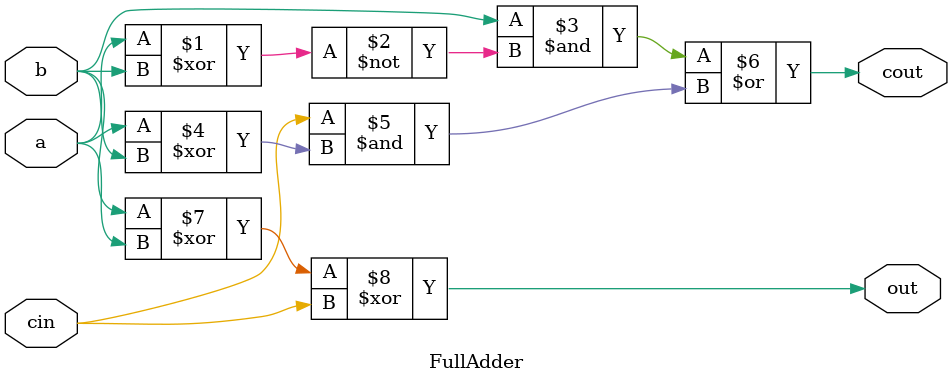
<source format=v>
module part2(LEDR, SW);
	input [9:0] SW;
	output [9:0] LEDR;
	
	FourRippleCarryAdder frca(.A(SW[7:4]), .B(SW[3:0]), .Cin(SW[8]), .S(LEDR[3:0]), .Cout(LEDR[4]));
endmodule


module FourRippleCarryAdder(A, B, Cin, S, Cout);
	input [3:0] A;
	input [3:0] B;
	input Cin;
	
	output [3:0] S;
	output Cout;
	
	wire [2:0] w;
	
	FullAdder FA0(.b(B[0]), .a(A[0]), .cin(Cin), .cout(w[0]), .out(S[0]));
	FullAdder FA1(.b(B[1]), .a(A[1]), .cin(w[0]), .cout(w[1]), .out(S[1]));
	FullAdder FA2(.b(B[2]), .a(A[2]), .cin(w[1]), .cout(w[2]), .out(S[2]));
	FullAdder FA3(.b(B[3]), .a(A[3]), .cin(w[2]), .cout(Cout), .out(S[3]));
endmodule


module FullAdder(b, a, cin, cout, out);
	input b, a, cin;
	output cout, out;
	
	assign cout = (b & ~(a ^ b)) | (cin & (a ^ b));
	assign out = b ^ a ^ cin;
endmodule

</source>
